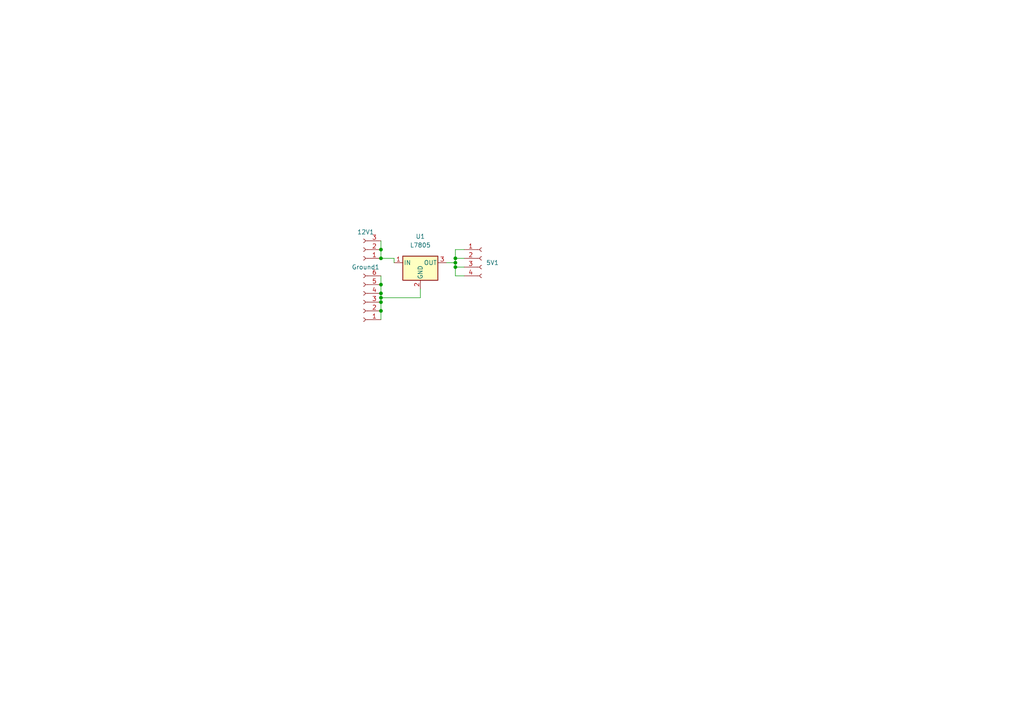
<source format=kicad_sch>
(kicad_sch (version 20211123) (generator eeschema)
  (paper "A4")
  (lib_symbols
    (symbol "Connector:Conn_01x03_Female" (pin_names (offset 1.016) hide)
      (property "Reference" "J" (at 0 5.08 0))
      (property "Value" "Conn_01x03_Female" (at 0 -5.08 0))
      (symbol "Conn_01x03_Female_1_1"
        (arc (start 0 -2.032) (mid -0.508 -2.54) (end 0 -3.048) (stroke (width 0.1524)))
        (polyline (pts (xy -1.27 -2.54) (xy -0.508 -2.54)) (stroke (width 0.1524)))
        (polyline (pts (xy -1.27 0) (xy -0.508 0)) (stroke (width 0.1524)))
        (polyline (pts (xy -1.27 2.54) (xy -0.508 2.54)) (stroke (width 0.1524)))
        (arc (start 0 0.508) (mid -0.508 0) (end 0 -0.508) (stroke (width 0.1524)))
        (arc (start 0 3.048) (mid -0.508 2.54) (end 0 2.032) (stroke (width 0.1524)))
        (pin passive line (at -5.08 2.54 0) (length 3.81) (name "Pin_1") (number "1"))
        (pin passive line (at -5.08 0 0) (length 3.81) (name "Pin_2") (number "2"))
        (pin passive line (at -5.08 -2.54 0) (length 3.81) (name "Pin_3") (number "3"))
      )
    )
    (symbol "Connector:Conn_01x04_Female" (pin_names (offset 1.016) hide)
      (property "Reference" "J" (at 0 5.08 0))
      (property "Value" "Conn_01x04_Female" (at 0 -7.62 0))
      (symbol "Conn_01x04_Female_1_1"
        (arc (start 0 -4.572) (mid -0.508 -5.08) (end 0 -5.588) (stroke (width 0.1524)))
        (arc (start 0 -2.032) (mid -0.508 -2.54) (end 0 -3.048) (stroke (width 0.1524)))
        (polyline (pts (xy -1.27 -5.08) (xy -0.508 -5.08)) (stroke (width 0.1524)))
        (polyline (pts (xy -1.27 -2.54) (xy -0.508 -2.54)) (stroke (width 0.1524)))
        (polyline (pts (xy -1.27 0) (xy -0.508 0)) (stroke (width 0.1524)))
        (polyline (pts (xy -1.27 2.54) (xy -0.508 2.54)) (stroke (width 0.1524)))
        (arc (start 0 0.508) (mid -0.508 0) (end 0 -0.508) (stroke (width 0.1524)))
        (arc (start 0 3.048) (mid -0.508 2.54) (end 0 2.032) (stroke (width 0.1524)))
        (pin passive line (at -5.08 2.54 0) (length 3.81) (name "Pin_1") (number "1"))
        (pin passive line (at -5.08 0 0) (length 3.81) (name "Pin_2") (number "2"))
        (pin passive line (at -5.08 -2.54 0) (length 3.81) (name "Pin_3") (number "3"))
        (pin passive line (at -5.08 -5.08 0) (length 3.81) (name "Pin_4") (number "4"))
      )
    )
    (symbol "Connector:Conn_01x06_Female" (pin_names (offset 1.016) hide)
      (property "Reference" "J" (at 0 7.62 0))
      (property "Value" "Conn_01x06_Female" (at 0 -10.16 0))
      (symbol "Conn_01x06_Female_1_1"
        (arc (start 0 -7.112) (mid -0.508 -7.62) (end 0 -8.128) (stroke (width 0.1524)))
        (arc (start 0 -4.572) (mid -0.508 -5.08) (end 0 -5.588) (stroke (width 0.1524)))
        (arc (start 0 -2.032) (mid -0.508 -2.54) (end 0 -3.048) (stroke (width 0.1524)))
        (polyline (pts (xy -1.27 -7.62) (xy -0.508 -7.62)) (stroke (width 0.1524)))
        (polyline (pts (xy -1.27 -5.08) (xy -0.508 -5.08)) (stroke (width 0.1524)))
        (polyline (pts (xy -1.27 -2.54) (xy -0.508 -2.54)) (stroke (width 0.1524)))
        (polyline (pts (xy -1.27 0) (xy -0.508 0)) (stroke (width 0.1524)))
        (polyline (pts (xy -1.27 2.54) (xy -0.508 2.54)) (stroke (width 0.1524)))
        (polyline (pts (xy -1.27 5.08) (xy -0.508 5.08)) (stroke (width 0.1524)))
        (arc (start 0 0.508) (mid -0.508 0) (end 0 -0.508) (stroke (width 0.1524)))
        (arc (start 0 3.048) (mid -0.508 2.54) (end 0 2.032) (stroke (width 0.1524)))
        (arc (start 0 5.588) (mid -0.508 5.08) (end 0 4.572) (stroke (width 0.1524)))
        (pin passive line (at -5.08 5.08 0) (length 3.81) (name "Pin_1") (number "1"))
        (pin passive line (at -5.08 2.54 0) (length 3.81) (name "Pin_2") (number "2"))
        (pin passive line (at -5.08 0 0) (length 3.81) (name "Pin_3") (number "3"))
        (pin passive line (at -5.08 -2.54 0) (length 3.81) (name "Pin_4") (number "4"))
        (pin passive line (at -5.08 -5.08 0) (length 3.81) (name "Pin_5") (number "5"))
        (pin passive line (at -5.08 -7.62 0) (length 3.81) (name "Pin_6") (number "6"))
      )
    )
    (symbol "Regulator_Linear:L7805" (pin_names (offset 0.254))
      (property "Reference" "U" (at -3.81 3.175 0))
      (property "Value" "L7805" (at 0 3.175 0))
      (symbol "L7805_0_1"
        (rectangle (start -5.08 1.905) (end 5.08 -5.08) (stroke (width 0.254)) (fill (type background)))
      )
      (symbol "L7805_1_1"
        (pin power_in line (at -7.62 0 0) (length 2.54) (name "IN") (number "1"))
        (pin power_in line (at 0 -7.62 90) (length 2.54) (name "GND") (number "2"))
        (pin power_out line (at 7.62 0 180) (length 2.54) (name "OUT") (number "3"))
      )
    )
  )
  (junction (at 132.08 76.2))
  (junction (at 110.49 74.93))
  (junction (at 110.49 90.17))
  (junction (at 110.49 87.63))
  (junction (at 132.08 74.93))
  (junction (at 110.49 85.09))
  (junction (at 132.08 77.47))
  (junction (at 110.49 72.39))
  (junction (at 110.49 82.55))
  (junction (at 110.49 86.36))
  (wire (pts (xy 110.49 86.36) (xy 121.92 86.36)))
  (wire (pts (xy 110.49 72.39) (xy 110.49 74.93)))
  (wire (pts (xy 132.08 74.93) (xy 132.08 76.2)))
  (wire (pts (xy 132.08 77.47) (xy 134.62 77.47)))
  (wire (pts (xy 132.08 72.39) (xy 132.08 74.93)))
  (wire (pts (xy 110.49 85.09) (xy 110.49 86.36)))
  (wire (pts (xy 132.08 74.93) (xy 134.62 74.93)))
  (wire (pts (xy 110.49 69.85) (xy 110.49 72.39)))
  (wire (pts (xy 110.49 80.01) (xy 110.49 82.55)))
  (wire (pts (xy 132.08 76.2) (xy 132.08 77.47)))
  (wire (pts (xy 134.62 80.01) (xy 132.08 80.01)))
  (wire (pts (xy 129.54 76.2) (xy 132.08 76.2)))
  (wire (pts (xy 110.49 90.17) (xy 110.49 92.71)))
  (wire (pts (xy 110.49 74.93) (xy 114.3 74.93)))
  (wire (pts (xy 110.49 86.36) (xy 110.49 87.63)))
  (wire (pts (xy 110.49 87.63) (xy 110.49 90.17)))
  (wire (pts (xy 114.3 74.93) (xy 114.3 76.2)))
  (wire (pts (xy 134.62 72.39) (xy 132.08 72.39)))
  (wire (pts (xy 110.49 82.55) (xy 110.49 85.09)))
  (wire (pts (xy 132.08 77.47) (xy 132.08 80.01)))
  (wire (pts (xy 121.92 83.82) (xy 121.92 86.36)))
  (symbol (lib_id "Connector:Conn_01x04_Female") (at 139.7 74.93 0) (unit 1)
    (property "Reference" "5V1" (at 140.97 76.1999 0) (effects (justify left)))
    (property "Value" "Conn_01x04_Female" (effects hide))
    (property "Footprint" "Connector_PinHeader_1.00mm:PinHeader_1x04_P1.00mm_Vertical" (effects hide))
  )
  (symbol (lib_id "Connector:Conn_01x06_Female") (at 105.41 87.63 180) (unit 1)
    (property "Reference" "Ground1" (at 106.045 77.47 0))
    (property "Value" "Conn_01x06_Female" (effects hide))
    (property "Footprint" "Connector_PinHeader_1.00mm:PinHeader_1x06_P1.00mm_Vertical" (effects hide))
  )
  (symbol (lib_id "Connector:Conn_01x03_Female") (at 105.41 72.39 180) (unit 1)
    (property "Reference" "12V1" (at 106.045 67.31 0))
    (property "Value" "Conn_01x03_Female" (effects hide))
    (property "Footprint" "Connector_PinHeader_1.00mm:PinHeader_1x03_P1.00mm_Vertical" (effects hide))
  )
  (symbol (lib_id "Regulator_Linear:L7805") (at 121.92 76.2 0) (unit 1)
    (property "Reference" "U1" (at 121.92 68.58 0))
    (property "Value" "L7805" (at 121.92 71.12 0))
    (property "Footprint" "Package_TO_SOT_THT:TO-3P-3_Vertical" (effects hide))
    (property "Datasheet" "http://www.st.com/content/ccc/resource/technical/document/datasheet/41/4f/b3/b0/12/d4/47/88/CD00000444.pdf/files/CD00000444.pdf/jcr:content/translations/en.CD00000444.pdf" (effects hide))
  )
)
</source>
